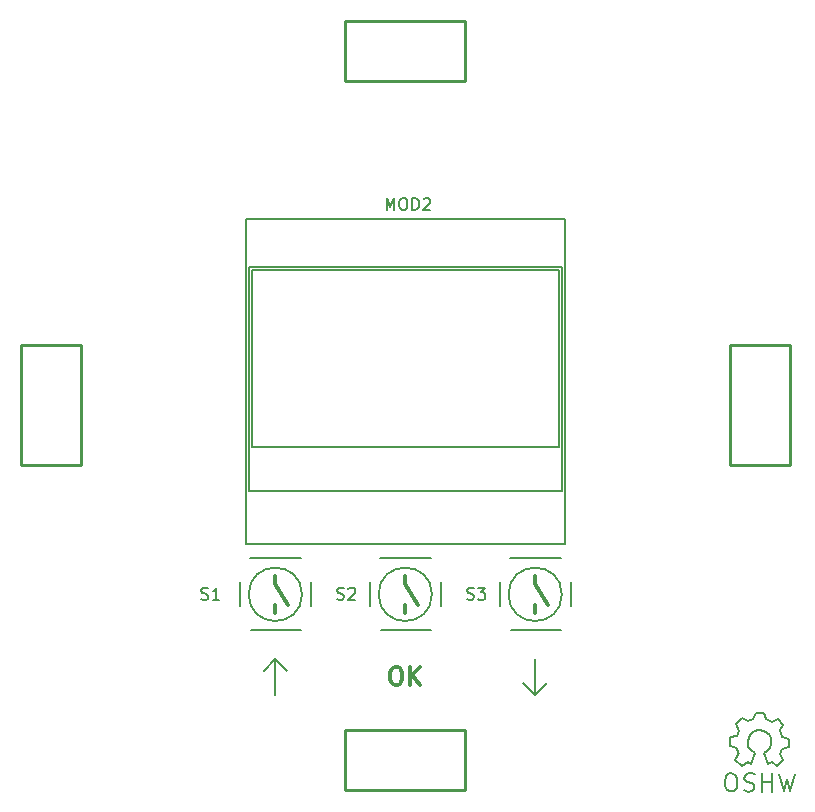
<source format=gbr>
G04 #@! TF.GenerationSoftware,KiCad,Pcbnew,5.0.0-fee4fd1~66~ubuntu16.04.1*
G04 #@! TF.CreationDate,2018-09-19T21:37:51+02:00*
G04 #@! TF.ProjectId,roomthermostat,726F6F6D746865726D6F737461742E6B,1*
G04 #@! TF.SameCoordinates,Original*
G04 #@! TF.FileFunction,Legend,Top*
G04 #@! TF.FilePolarity,Positive*
%FSLAX46Y46*%
G04 Gerber Fmt 4.6, Leading zero omitted, Abs format (unit mm)*
G04 Created by KiCad (PCBNEW 5.0.0-fee4fd1~66~ubuntu16.04.1) date Wed Sep 19 21:37:51 2018*
%MOMM*%
%LPD*%
G01*
G04 APERTURE LIST*
%ADD10C,0.300000*%
%ADD11C,0.200000*%
%ADD12C,0.150000*%
%ADD13C,0.254000*%
G04 APERTURE END LIST*
D10*
X96022142Y-122548571D02*
X96307857Y-122548571D01*
X96450714Y-122620000D01*
X96593571Y-122762857D01*
X96665000Y-123048571D01*
X96665000Y-123548571D01*
X96593571Y-123834285D01*
X96450714Y-123977142D01*
X96307857Y-124048571D01*
X96022142Y-124048571D01*
X95879285Y-123977142D01*
X95736428Y-123834285D01*
X95665000Y-123548571D01*
X95665000Y-123048571D01*
X95736428Y-122762857D01*
X95879285Y-122620000D01*
X96022142Y-122548571D01*
X97307857Y-124048571D02*
X97307857Y-122548571D01*
X98165000Y-124048571D02*
X97522142Y-123191428D01*
X98165000Y-122548571D02*
X97307857Y-123405714D01*
D11*
X106915000Y-123870000D02*
X107915000Y-124870000D01*
X107915000Y-124870000D02*
X108915000Y-123870000D01*
X107915000Y-124870000D02*
X107915000Y-121870000D01*
X85915000Y-121870000D02*
X86915000Y-122870000D01*
X84915000Y-122870000D02*
X85915000Y-121870000D01*
X85915000Y-124870000D02*
X85915000Y-121870000D01*
D12*
G04 #@! TO.C,LOGO1*
X128583780Y-131559860D02*
X128944460Y-133030520D01*
X128944460Y-133030520D02*
X129223860Y-131968800D01*
X129223860Y-131968800D02*
X129533740Y-133040680D01*
X129533740Y-133040680D02*
X129874100Y-131590340D01*
X127163920Y-132250740D02*
X127953860Y-132240580D01*
X127953860Y-132240580D02*
X127964020Y-132250740D01*
X127964020Y-132250740D02*
X127964020Y-132240580D01*
X128004660Y-131529380D02*
X128004660Y-133071160D01*
X127115660Y-131519220D02*
X127115660Y-133088940D01*
X127115660Y-133088940D02*
X127125820Y-133078780D01*
X126564480Y-131620820D02*
X126213960Y-131539540D01*
X126213960Y-131539540D02*
X125893920Y-131529380D01*
X125893920Y-131529380D02*
X125655160Y-131730040D01*
X125655160Y-131730040D02*
X125624680Y-131999280D01*
X125624680Y-131999280D02*
X125865980Y-132240580D01*
X125865980Y-132240580D02*
X126254600Y-132370120D01*
X126254600Y-132370120D02*
X126434940Y-132530140D01*
X126434940Y-132530140D02*
X126475580Y-132829860D01*
X126475580Y-132829860D02*
X126244440Y-133050840D01*
X126244440Y-133050840D02*
X125924400Y-133078780D01*
X125924400Y-133078780D02*
X125573880Y-132969560D01*
X124535020Y-131519220D02*
X124286100Y-131539540D01*
X124286100Y-131539540D02*
X124044800Y-131780840D01*
X124044800Y-131780840D02*
X123955900Y-132271060D01*
X123955900Y-132271060D02*
X123983840Y-132619040D01*
X123983840Y-132619040D02*
X124184500Y-132939080D01*
X124184500Y-132939080D02*
X124435960Y-133061000D01*
X124435960Y-133061000D02*
X124745840Y-132989880D01*
X124745840Y-132989880D02*
X124964280Y-132809540D01*
X124964280Y-132809540D02*
X125035400Y-132349800D01*
X125035400Y-132349800D02*
X124984600Y-131940860D01*
X124984600Y-131940860D02*
X124875380Y-131658920D01*
X124875380Y-131658920D02*
X124514700Y-131529380D01*
X125134460Y-129799640D02*
X124875380Y-130360980D01*
X124875380Y-130360980D02*
X125413860Y-130879140D01*
X125413860Y-130879140D02*
X125934560Y-130609900D01*
X125934560Y-130609900D02*
X126213960Y-130769920D01*
X127654140Y-130749600D02*
X127984340Y-130559100D01*
X127984340Y-130559100D02*
X128423760Y-130889300D01*
X128423760Y-130889300D02*
X128896200Y-130399080D01*
X128896200Y-130399080D02*
X128614260Y-129919020D01*
X128614260Y-129919020D02*
X128804760Y-129449120D01*
X128804760Y-129449120D02*
X129414360Y-129261160D01*
X129414360Y-129261160D02*
X129414360Y-128580440D01*
X129414360Y-128580440D02*
X128855560Y-128440740D01*
X128855560Y-128440740D02*
X128654900Y-127869240D01*
X128654900Y-127869240D02*
X128924140Y-127399340D01*
X128924140Y-127399340D02*
X128454240Y-126888800D01*
X128454240Y-126888800D02*
X127936080Y-127150420D01*
X127936080Y-127150420D02*
X127466180Y-126949760D01*
X127466180Y-126949760D02*
X127296000Y-126408740D01*
X127296000Y-126408740D02*
X126605120Y-126390960D01*
X126605120Y-126390960D02*
X126394300Y-126939600D01*
X126394300Y-126939600D02*
X125975200Y-127109780D01*
X125975200Y-127109780D02*
X125424020Y-126840540D01*
X125424020Y-126840540D02*
X124905860Y-127368860D01*
X124905860Y-127368860D02*
X125154780Y-127909880D01*
X125154780Y-127909880D02*
X124984600Y-128389940D01*
X124984600Y-128389940D02*
X124435960Y-128489000D01*
X124435960Y-128489000D02*
X124425800Y-129190040D01*
X124425800Y-129190040D02*
X124984600Y-129390700D01*
X124984600Y-129390700D02*
X125124300Y-129789480D01*
X127265520Y-129769160D02*
X127565240Y-129619300D01*
X127565240Y-129619300D02*
X127765900Y-129421180D01*
X127765900Y-129421180D02*
X127915760Y-129019860D01*
X127915760Y-129019860D02*
X127915760Y-128621080D01*
X127915760Y-128621080D02*
X127765900Y-128270560D01*
X127765900Y-128270560D02*
X127313780Y-127920040D01*
X127313780Y-127920040D02*
X126864200Y-127869240D01*
X126864200Y-127869240D02*
X126465420Y-127970840D01*
X126465420Y-127970840D02*
X126064100Y-128318820D01*
X126064100Y-128318820D02*
X125914240Y-128770940D01*
X125914240Y-128770940D02*
X125965040Y-129268780D01*
X125965040Y-129268780D02*
X126213960Y-129571040D01*
X126213960Y-129571040D02*
X126564480Y-129769160D01*
X126564480Y-129769160D02*
X126213960Y-130769920D01*
X127265520Y-129769160D02*
X127664300Y-130769920D01*
D13*
G04 #@! TO.C,H1*
X91835000Y-72910000D02*
X91835000Y-67830000D01*
X91835000Y-67830000D02*
X101995000Y-67830000D01*
X101995000Y-67830000D02*
X101995000Y-72910000D01*
X101995000Y-72910000D02*
X91835000Y-72910000D01*
G04 #@! TO.C,H4*
X64375000Y-95290000D02*
X69455000Y-95290000D01*
X69455000Y-95290000D02*
X69455000Y-105450000D01*
X69455000Y-105450000D02*
X64375000Y-105450000D01*
X64375000Y-105450000D02*
X64375000Y-95290000D01*
G04 #@! TO.C,H2*
X124375000Y-95290000D02*
X129455000Y-95290000D01*
X129455000Y-95290000D02*
X129455000Y-105450000D01*
X129455000Y-105450000D02*
X124375000Y-105450000D01*
X124375000Y-105450000D02*
X124375000Y-95290000D01*
G04 #@! TO.C,H3*
X91835000Y-132910000D02*
X91835000Y-127830000D01*
X91835000Y-127830000D02*
X101995000Y-127830000D01*
X101995000Y-127830000D02*
X101995000Y-132910000D01*
X101995000Y-132910000D02*
X91835000Y-132910000D01*
D12*
G04 #@! TO.C,MOD2*
X83915000Y-88870000D02*
X109915000Y-88870000D01*
X109915000Y-88870000D02*
X109915000Y-103870000D01*
X109915000Y-103870000D02*
X83915000Y-103870000D01*
X83915000Y-103870000D02*
X83915000Y-88870000D01*
X110165000Y-88620000D02*
X83665000Y-88620000D01*
X83665000Y-88620000D02*
X83665000Y-107620000D01*
X83665000Y-107620000D02*
X110165000Y-107620000D01*
X110165000Y-107620000D02*
X110165000Y-88620000D01*
X83415000Y-112120000D02*
X110415000Y-112120000D01*
X110415000Y-112120000D02*
X110415000Y-84620000D01*
X110415000Y-84620000D02*
X83415000Y-84620000D01*
X83415000Y-84620000D02*
X83415000Y-112120000D01*
G04 #@! TO.C,S1*
X88173871Y-116370000D02*
G75*
G03X88173871Y-116370000I-2258871J0D01*
G01*
D10*
X85915000Y-117270000D02*
X85915000Y-117970000D01*
X85915000Y-114820000D02*
X85915000Y-115470000D01*
X85915000Y-115470000D02*
X87015000Y-117270000D01*
D12*
X88965000Y-115320000D02*
X88965000Y-117320000D01*
X82965000Y-115320000D02*
X82965000Y-117320000D01*
X83865000Y-119420000D02*
X88065000Y-119420000D01*
X83765000Y-113320000D02*
X88065000Y-113320000D01*
G04 #@! TO.C,S2*
X99173871Y-116370000D02*
G75*
G03X99173871Y-116370000I-2258871J0D01*
G01*
D10*
X96915000Y-117270000D02*
X96915000Y-117970000D01*
X96915000Y-114820000D02*
X96915000Y-115470000D01*
X96915000Y-115470000D02*
X98015000Y-117270000D01*
D12*
X99965000Y-115320000D02*
X99965000Y-117320000D01*
X93965000Y-115320000D02*
X93965000Y-117320000D01*
X94865000Y-119420000D02*
X99065000Y-119420000D01*
X94765000Y-113320000D02*
X99065000Y-113320000D01*
G04 #@! TO.C,S3*
X110173871Y-116370000D02*
G75*
G03X110173871Y-116370000I-2258871J0D01*
G01*
D10*
X107915000Y-117270000D02*
X107915000Y-117970000D01*
X107915000Y-114820000D02*
X107915000Y-115470000D01*
X107915000Y-115470000D02*
X109015000Y-117270000D01*
D12*
X110965000Y-115320000D02*
X110965000Y-117320000D01*
X104965000Y-115320000D02*
X104965000Y-117320000D01*
X105865000Y-119420000D02*
X110065000Y-119420000D01*
X105765000Y-113320000D02*
X110065000Y-113320000D01*
G04 #@! TO.C,MOD2*
X95331666Y-83822380D02*
X95331666Y-82822380D01*
X95665000Y-83536666D01*
X95998333Y-82822380D01*
X95998333Y-83822380D01*
X96665000Y-82822380D02*
X96855476Y-82822380D01*
X96950714Y-82870000D01*
X97045952Y-82965238D01*
X97093571Y-83155714D01*
X97093571Y-83489047D01*
X97045952Y-83679523D01*
X96950714Y-83774761D01*
X96855476Y-83822380D01*
X96665000Y-83822380D01*
X96569761Y-83774761D01*
X96474523Y-83679523D01*
X96426904Y-83489047D01*
X96426904Y-83155714D01*
X96474523Y-82965238D01*
X96569761Y-82870000D01*
X96665000Y-82822380D01*
X97522142Y-83822380D02*
X97522142Y-82822380D01*
X97760238Y-82822380D01*
X97903095Y-82870000D01*
X97998333Y-82965238D01*
X98045952Y-83060476D01*
X98093571Y-83250952D01*
X98093571Y-83393809D01*
X98045952Y-83584285D01*
X97998333Y-83679523D01*
X97903095Y-83774761D01*
X97760238Y-83822380D01*
X97522142Y-83822380D01*
X98474523Y-82917619D02*
X98522142Y-82870000D01*
X98617380Y-82822380D01*
X98855476Y-82822380D01*
X98950714Y-82870000D01*
X98998333Y-82917619D01*
X99045952Y-83012857D01*
X99045952Y-83108095D01*
X98998333Y-83250952D01*
X98426904Y-83822380D01*
X99045952Y-83822380D01*
G04 #@! TO.C,S1*
X79653095Y-116774761D02*
X79795952Y-116822380D01*
X80034047Y-116822380D01*
X80129285Y-116774761D01*
X80176904Y-116727142D01*
X80224523Y-116631904D01*
X80224523Y-116536666D01*
X80176904Y-116441428D01*
X80129285Y-116393809D01*
X80034047Y-116346190D01*
X79843571Y-116298571D01*
X79748333Y-116250952D01*
X79700714Y-116203333D01*
X79653095Y-116108095D01*
X79653095Y-116012857D01*
X79700714Y-115917619D01*
X79748333Y-115870000D01*
X79843571Y-115822380D01*
X80081666Y-115822380D01*
X80224523Y-115870000D01*
X81176904Y-116822380D02*
X80605476Y-116822380D01*
X80891190Y-116822380D02*
X80891190Y-115822380D01*
X80795952Y-115965238D01*
X80700714Y-116060476D01*
X80605476Y-116108095D01*
G04 #@! TO.C,S2*
X91153095Y-116774761D02*
X91295952Y-116822380D01*
X91534047Y-116822380D01*
X91629285Y-116774761D01*
X91676904Y-116727142D01*
X91724523Y-116631904D01*
X91724523Y-116536666D01*
X91676904Y-116441428D01*
X91629285Y-116393809D01*
X91534047Y-116346190D01*
X91343571Y-116298571D01*
X91248333Y-116250952D01*
X91200714Y-116203333D01*
X91153095Y-116108095D01*
X91153095Y-116012857D01*
X91200714Y-115917619D01*
X91248333Y-115870000D01*
X91343571Y-115822380D01*
X91581666Y-115822380D01*
X91724523Y-115870000D01*
X92105476Y-115917619D02*
X92153095Y-115870000D01*
X92248333Y-115822380D01*
X92486428Y-115822380D01*
X92581666Y-115870000D01*
X92629285Y-115917619D01*
X92676904Y-116012857D01*
X92676904Y-116108095D01*
X92629285Y-116250952D01*
X92057857Y-116822380D01*
X92676904Y-116822380D01*
G04 #@! TO.C,S3*
X102153095Y-116774761D02*
X102295952Y-116822380D01*
X102534047Y-116822380D01*
X102629285Y-116774761D01*
X102676904Y-116727142D01*
X102724523Y-116631904D01*
X102724523Y-116536666D01*
X102676904Y-116441428D01*
X102629285Y-116393809D01*
X102534047Y-116346190D01*
X102343571Y-116298571D01*
X102248333Y-116250952D01*
X102200714Y-116203333D01*
X102153095Y-116108095D01*
X102153095Y-116012857D01*
X102200714Y-115917619D01*
X102248333Y-115870000D01*
X102343571Y-115822380D01*
X102581666Y-115822380D01*
X102724523Y-115870000D01*
X103057857Y-115822380D02*
X103676904Y-115822380D01*
X103343571Y-116203333D01*
X103486428Y-116203333D01*
X103581666Y-116250952D01*
X103629285Y-116298571D01*
X103676904Y-116393809D01*
X103676904Y-116631904D01*
X103629285Y-116727142D01*
X103581666Y-116774761D01*
X103486428Y-116822380D01*
X103200714Y-116822380D01*
X103105476Y-116774761D01*
X103057857Y-116727142D01*
G04 #@! TD*
M02*

</source>
